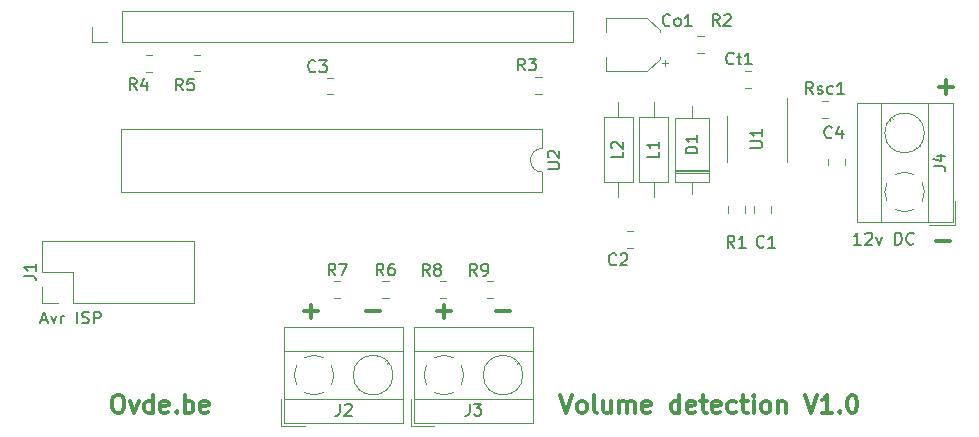
<source format=gbr>
%TF.GenerationSoftware,KiCad,Pcbnew,5.1.6*%
%TF.CreationDate,2020-08-16T16:00:55+02:00*%
%TF.ProjectId,volume_detection,766f6c75-6d65-45f6-9465-74656374696f,rev?*%
%TF.SameCoordinates,Original*%
%TF.FileFunction,Legend,Top*%
%TF.FilePolarity,Positive*%
%FSLAX46Y46*%
G04 Gerber Fmt 4.6, Leading zero omitted, Abs format (unit mm)*
G04 Created by KiCad (PCBNEW 5.1.6) date 2020-08-16 16:00:55*
%MOMM*%
%LPD*%
G01*
G04 APERTURE LIST*
%ADD10C,0.300000*%
%ADD11C,0.120000*%
%ADD12C,0.150000*%
G04 APERTURE END LIST*
D10*
X96357142Y-157178571D02*
X96857142Y-158678571D01*
X97357142Y-157178571D01*
X98071428Y-158678571D02*
X97928571Y-158607142D01*
X97857142Y-158535714D01*
X97785714Y-158392857D01*
X97785714Y-157964285D01*
X97857142Y-157821428D01*
X97928571Y-157750000D01*
X98071428Y-157678571D01*
X98285714Y-157678571D01*
X98428571Y-157750000D01*
X98500000Y-157821428D01*
X98571428Y-157964285D01*
X98571428Y-158392857D01*
X98500000Y-158535714D01*
X98428571Y-158607142D01*
X98285714Y-158678571D01*
X98071428Y-158678571D01*
X99428571Y-158678571D02*
X99285714Y-158607142D01*
X99214285Y-158464285D01*
X99214285Y-157178571D01*
X100642857Y-157678571D02*
X100642857Y-158678571D01*
X100000000Y-157678571D02*
X100000000Y-158464285D01*
X100071428Y-158607142D01*
X100214285Y-158678571D01*
X100428571Y-158678571D01*
X100571428Y-158607142D01*
X100642857Y-158535714D01*
X101357142Y-158678571D02*
X101357142Y-157678571D01*
X101357142Y-157821428D02*
X101428571Y-157750000D01*
X101571428Y-157678571D01*
X101785714Y-157678571D01*
X101928571Y-157750000D01*
X102000000Y-157892857D01*
X102000000Y-158678571D01*
X102000000Y-157892857D02*
X102071428Y-157750000D01*
X102214285Y-157678571D01*
X102428571Y-157678571D01*
X102571428Y-157750000D01*
X102642857Y-157892857D01*
X102642857Y-158678571D01*
X103928571Y-158607142D02*
X103785714Y-158678571D01*
X103500000Y-158678571D01*
X103357142Y-158607142D01*
X103285714Y-158464285D01*
X103285714Y-157892857D01*
X103357142Y-157750000D01*
X103500000Y-157678571D01*
X103785714Y-157678571D01*
X103928571Y-157750000D01*
X104000000Y-157892857D01*
X104000000Y-158035714D01*
X103285714Y-158178571D01*
X106428571Y-158678571D02*
X106428571Y-157178571D01*
X106428571Y-158607142D02*
X106285714Y-158678571D01*
X106000000Y-158678571D01*
X105857142Y-158607142D01*
X105785714Y-158535714D01*
X105714285Y-158392857D01*
X105714285Y-157964285D01*
X105785714Y-157821428D01*
X105857142Y-157750000D01*
X106000000Y-157678571D01*
X106285714Y-157678571D01*
X106428571Y-157750000D01*
X107714285Y-158607142D02*
X107571428Y-158678571D01*
X107285714Y-158678571D01*
X107142857Y-158607142D01*
X107071428Y-158464285D01*
X107071428Y-157892857D01*
X107142857Y-157750000D01*
X107285714Y-157678571D01*
X107571428Y-157678571D01*
X107714285Y-157750000D01*
X107785714Y-157892857D01*
X107785714Y-158035714D01*
X107071428Y-158178571D01*
X108214285Y-157678571D02*
X108785714Y-157678571D01*
X108428571Y-157178571D02*
X108428571Y-158464285D01*
X108500000Y-158607142D01*
X108642857Y-158678571D01*
X108785714Y-158678571D01*
X109857142Y-158607142D02*
X109714285Y-158678571D01*
X109428571Y-158678571D01*
X109285714Y-158607142D01*
X109214285Y-158464285D01*
X109214285Y-157892857D01*
X109285714Y-157750000D01*
X109428571Y-157678571D01*
X109714285Y-157678571D01*
X109857142Y-157750000D01*
X109928571Y-157892857D01*
X109928571Y-158035714D01*
X109214285Y-158178571D01*
X111214285Y-158607142D02*
X111071428Y-158678571D01*
X110785714Y-158678571D01*
X110642857Y-158607142D01*
X110571428Y-158535714D01*
X110500000Y-158392857D01*
X110500000Y-157964285D01*
X110571428Y-157821428D01*
X110642857Y-157750000D01*
X110785714Y-157678571D01*
X111071428Y-157678571D01*
X111214285Y-157750000D01*
X111642857Y-157678571D02*
X112214285Y-157678571D01*
X111857142Y-157178571D02*
X111857142Y-158464285D01*
X111928571Y-158607142D01*
X112071428Y-158678571D01*
X112214285Y-158678571D01*
X112714285Y-158678571D02*
X112714285Y-157678571D01*
X112714285Y-157178571D02*
X112642857Y-157250000D01*
X112714285Y-157321428D01*
X112785714Y-157250000D01*
X112714285Y-157178571D01*
X112714285Y-157321428D01*
X113642857Y-158678571D02*
X113500000Y-158607142D01*
X113428571Y-158535714D01*
X113357142Y-158392857D01*
X113357142Y-157964285D01*
X113428571Y-157821428D01*
X113500000Y-157750000D01*
X113642857Y-157678571D01*
X113857142Y-157678571D01*
X114000000Y-157750000D01*
X114071428Y-157821428D01*
X114142857Y-157964285D01*
X114142857Y-158392857D01*
X114071428Y-158535714D01*
X114000000Y-158607142D01*
X113857142Y-158678571D01*
X113642857Y-158678571D01*
X114785714Y-157678571D02*
X114785714Y-158678571D01*
X114785714Y-157821428D02*
X114857142Y-157750000D01*
X115000000Y-157678571D01*
X115214285Y-157678571D01*
X115357142Y-157750000D01*
X115428571Y-157892857D01*
X115428571Y-158678571D01*
X117071428Y-157178571D02*
X117571428Y-158678571D01*
X118071428Y-157178571D01*
X119357142Y-158678571D02*
X118500000Y-158678571D01*
X118928571Y-158678571D02*
X118928571Y-157178571D01*
X118785714Y-157392857D01*
X118642857Y-157535714D01*
X118500000Y-157607142D01*
X120000000Y-158535714D02*
X120071428Y-158607142D01*
X120000000Y-158678571D01*
X119928571Y-158607142D01*
X120000000Y-158535714D01*
X120000000Y-158678571D01*
X121000000Y-157178571D02*
X121142857Y-157178571D01*
X121285714Y-157250000D01*
X121357142Y-157321428D01*
X121428571Y-157464285D01*
X121500000Y-157750000D01*
X121500000Y-158107142D01*
X121428571Y-158392857D01*
X121357142Y-158535714D01*
X121285714Y-158607142D01*
X121142857Y-158678571D01*
X121000000Y-158678571D01*
X120857142Y-158607142D01*
X120785714Y-158535714D01*
X120714285Y-158392857D01*
X120642857Y-158107142D01*
X120642857Y-157750000D01*
X120714285Y-157464285D01*
X120785714Y-157321428D01*
X120857142Y-157250000D01*
X121000000Y-157178571D01*
X58785714Y-157178571D02*
X59071428Y-157178571D01*
X59214285Y-157250000D01*
X59357142Y-157392857D01*
X59428571Y-157678571D01*
X59428571Y-158178571D01*
X59357142Y-158464285D01*
X59214285Y-158607142D01*
X59071428Y-158678571D01*
X58785714Y-158678571D01*
X58642857Y-158607142D01*
X58500000Y-158464285D01*
X58428571Y-158178571D01*
X58428571Y-157678571D01*
X58500000Y-157392857D01*
X58642857Y-157250000D01*
X58785714Y-157178571D01*
X59928571Y-157678571D02*
X60285714Y-158678571D01*
X60642857Y-157678571D01*
X61857142Y-158678571D02*
X61857142Y-157178571D01*
X61857142Y-158607142D02*
X61714285Y-158678571D01*
X61428571Y-158678571D01*
X61285714Y-158607142D01*
X61214285Y-158535714D01*
X61142857Y-158392857D01*
X61142857Y-157964285D01*
X61214285Y-157821428D01*
X61285714Y-157750000D01*
X61428571Y-157678571D01*
X61714285Y-157678571D01*
X61857142Y-157750000D01*
X63142857Y-158607142D02*
X63000000Y-158678571D01*
X62714285Y-158678571D01*
X62571428Y-158607142D01*
X62500000Y-158464285D01*
X62500000Y-157892857D01*
X62571428Y-157750000D01*
X62714285Y-157678571D01*
X63000000Y-157678571D01*
X63142857Y-157750000D01*
X63214285Y-157892857D01*
X63214285Y-158035714D01*
X62500000Y-158178571D01*
X63857142Y-158535714D02*
X63928571Y-158607142D01*
X63857142Y-158678571D01*
X63785714Y-158607142D01*
X63857142Y-158535714D01*
X63857142Y-158678571D01*
X64571428Y-158678571D02*
X64571428Y-157178571D01*
X64571428Y-157750000D02*
X64714285Y-157678571D01*
X65000000Y-157678571D01*
X65142857Y-157750000D01*
X65214285Y-157821428D01*
X65285714Y-157964285D01*
X65285714Y-158392857D01*
X65214285Y-158535714D01*
X65142857Y-158607142D01*
X65000000Y-158678571D01*
X64714285Y-158678571D01*
X64571428Y-158607142D01*
X66500000Y-158607142D02*
X66357142Y-158678571D01*
X66071428Y-158678571D01*
X65928571Y-158607142D01*
X65857142Y-158464285D01*
X65857142Y-157892857D01*
X65928571Y-157750000D01*
X66071428Y-157678571D01*
X66357142Y-157678571D01*
X66500000Y-157750000D01*
X66571428Y-157892857D01*
X66571428Y-158035714D01*
X65857142Y-158178571D01*
X92071428Y-150107142D02*
X90928571Y-150107142D01*
X87071428Y-150107142D02*
X85928571Y-150107142D01*
X86500000Y-150678571D02*
X86500000Y-149535714D01*
X81071428Y-150107142D02*
X79928571Y-150107142D01*
X75821428Y-150107142D02*
X74678571Y-150107142D01*
X75250000Y-150678571D02*
X75250000Y-149535714D01*
X129321428Y-144107142D02*
X128178571Y-144107142D01*
X129571428Y-131107142D02*
X128428571Y-131107142D01*
X129000000Y-131678571D02*
X129000000Y-130535714D01*
D11*
%TO.C,L2*%
X101269800Y-140463400D02*
X101269800Y-139193400D01*
X101269800Y-132383400D02*
X101269800Y-133653400D01*
X102489800Y-139193400D02*
X102489800Y-133653400D01*
X100049800Y-139193400D02*
X102489800Y-139193400D01*
X100049800Y-133653400D02*
X100049800Y-139193400D01*
X102489800Y-133653400D02*
X100049800Y-133653400D01*
%TO.C,C1*%
X114210000Y-141213748D02*
X114210000Y-141736252D01*
X112790000Y-141213748D02*
X112790000Y-141736252D01*
%TO.C,C2*%
X101963748Y-144710000D02*
X102486252Y-144710000D01*
X101963748Y-143290000D02*
X102486252Y-143290000D01*
%TO.C,C3*%
X77143452Y-130308600D02*
X76620948Y-130308600D01*
X77143452Y-131728600D02*
X76620948Y-131728600D01*
%TO.C,C4*%
X120460000Y-137213748D02*
X120460000Y-137736252D01*
X119040000Y-137213748D02*
X119040000Y-137736252D01*
%TO.C,Co1*%
X100240000Y-125240000D02*
X100240000Y-126440000D01*
X100240000Y-129760000D02*
X100240000Y-128560000D01*
X103695563Y-129760000D02*
X100240000Y-129760000D01*
X103695563Y-125240000D02*
X100240000Y-125240000D01*
X104760000Y-126304437D02*
X104760000Y-126440000D01*
X104760000Y-128695563D02*
X104760000Y-128560000D01*
X104760000Y-128695563D02*
X103695563Y-129760000D01*
X104760000Y-126304437D02*
X103695563Y-125240000D01*
X105500000Y-129060000D02*
X105000000Y-129060000D01*
X105250000Y-129310000D02*
X105250000Y-128810000D01*
%TO.C,Ct1*%
X112486252Y-131210000D02*
X111963748Y-131210000D01*
X112486252Y-129790000D02*
X111963748Y-129790000D01*
%TO.C,D1*%
X106030000Y-139140000D02*
X108970000Y-139140000D01*
X108970000Y-139140000D02*
X108970000Y-133700000D01*
X108970000Y-133700000D02*
X106030000Y-133700000D01*
X106030000Y-133700000D02*
X106030000Y-139140000D01*
X107500000Y-140160000D02*
X107500000Y-139140000D01*
X107500000Y-132680000D02*
X107500000Y-133700000D01*
X106030000Y-138240000D02*
X108970000Y-138240000D01*
X106030000Y-138120000D02*
X108970000Y-138120000D01*
X106030000Y-138360000D02*
X108970000Y-138360000D01*
%TO.C,J1*%
X65330000Y-149370000D02*
X65330000Y-144170000D01*
X55110000Y-149370000D02*
X65330000Y-149370000D01*
X52510000Y-144170000D02*
X65330000Y-144170000D01*
X55110000Y-149370000D02*
X55110000Y-146770000D01*
X55110000Y-146770000D02*
X52510000Y-146770000D01*
X52510000Y-146770000D02*
X52510000Y-144170000D01*
X53840000Y-149370000D02*
X52510000Y-149370000D01*
X52510000Y-149370000D02*
X52510000Y-148040000D01*
%TO.C,J2*%
X82180000Y-155500000D02*
G75*
G03*
X82180000Y-155500000I-1680000J0D01*
G01*
X72940000Y-157500000D02*
X83060000Y-157500000D01*
X72940000Y-153500000D02*
X83060000Y-153500000D01*
X72940000Y-151440000D02*
X83060000Y-151440000D01*
X72940000Y-159560000D02*
X83060000Y-159560000D01*
X72940000Y-151440000D02*
X72940000Y-159560000D01*
X83060000Y-151440000D02*
X83060000Y-159560000D01*
X81775000Y-154431000D02*
X81681000Y-154524000D01*
X79490000Y-156716000D02*
X79431000Y-156774000D01*
X81570000Y-154225000D02*
X81511000Y-154284000D01*
X79320000Y-156476000D02*
X79226000Y-156569000D01*
X72700000Y-157560000D02*
X72700000Y-159800000D01*
X72700000Y-159800000D02*
X74700000Y-159800000D01*
X76288712Y-156983352D02*
G75*
G02*
X75500000Y-157180000I-788712J1483352D01*
G01*
X76983953Y-154710912D02*
G75*
G02*
X76984000Y-156289000I-1483953J-789088D01*
G01*
X74710912Y-154016047D02*
G75*
G02*
X76289000Y-154016000I789088J-1483953D01*
G01*
X74016047Y-156289088D02*
G75*
G02*
X74016000Y-154711000I1483953J789088D01*
G01*
X75529383Y-157180450D02*
G75*
G02*
X74711000Y-156984000I-29383J1680450D01*
G01*
%TO.C,J3*%
X93180000Y-155500000D02*
G75*
G03*
X93180000Y-155500000I-1680000J0D01*
G01*
X83940000Y-157500000D02*
X94060000Y-157500000D01*
X83940000Y-153500000D02*
X94060000Y-153500000D01*
X83940000Y-151440000D02*
X94060000Y-151440000D01*
X83940000Y-159560000D02*
X94060000Y-159560000D01*
X83940000Y-151440000D02*
X83940000Y-159560000D01*
X94060000Y-151440000D02*
X94060000Y-159560000D01*
X92775000Y-154431000D02*
X92681000Y-154524000D01*
X90490000Y-156716000D02*
X90431000Y-156774000D01*
X92570000Y-154225000D02*
X92511000Y-154284000D01*
X90320000Y-156476000D02*
X90226000Y-156569000D01*
X83700000Y-157560000D02*
X83700000Y-159800000D01*
X83700000Y-159800000D02*
X85700000Y-159800000D01*
X87288712Y-156983352D02*
G75*
G02*
X86500000Y-157180000I-788712J1483352D01*
G01*
X87983953Y-154710912D02*
G75*
G02*
X87984000Y-156289000I-1483953J-789088D01*
G01*
X85710912Y-154016047D02*
G75*
G02*
X87289000Y-154016000I789088J-1483953D01*
G01*
X85016047Y-156289088D02*
G75*
G02*
X85016000Y-154711000I1483953J789088D01*
G01*
X86529383Y-157180450D02*
G75*
G02*
X85711000Y-156984000I-29383J1680450D01*
G01*
%TO.C,J4*%
X129800000Y-142800000D02*
X129800000Y-140800000D01*
X127560000Y-142800000D02*
X129800000Y-142800000D01*
X126476000Y-136180000D02*
X126569000Y-136274000D01*
X124225000Y-133930000D02*
X124284000Y-133989000D01*
X126716000Y-136010000D02*
X126774000Y-136069000D01*
X124431000Y-133725000D02*
X124524000Y-133819000D01*
X121440000Y-132440000D02*
X129560000Y-132440000D01*
X121440000Y-142560000D02*
X129560000Y-142560000D01*
X129560000Y-142560000D02*
X129560000Y-132440000D01*
X121440000Y-142560000D02*
X121440000Y-132440000D01*
X123500000Y-142560000D02*
X123500000Y-132440000D01*
X127500000Y-142560000D02*
X127500000Y-132440000D01*
X127180000Y-135000000D02*
G75*
G03*
X127180000Y-135000000I-1680000J0D01*
G01*
X127180450Y-139970617D02*
G75*
G02*
X126984000Y-140789000I-1680450J-29383D01*
G01*
X126289088Y-141483953D02*
G75*
G02*
X124711000Y-141484000I-789088J1483953D01*
G01*
X124016047Y-140789088D02*
G75*
G02*
X124016000Y-139211000I1483953J789088D01*
G01*
X124710912Y-138516047D02*
G75*
G02*
X126289000Y-138516000I789088J-1483953D01*
G01*
X126983352Y-139211288D02*
G75*
G02*
X127180000Y-140000000I-1483352J-788712D01*
G01*
%TO.C,L1*%
X103030000Y-139190000D02*
X105470000Y-139190000D01*
X105470000Y-139190000D02*
X105470000Y-133650000D01*
X105470000Y-133650000D02*
X103030000Y-133650000D01*
X103030000Y-133650000D02*
X103030000Y-139190000D01*
X104250000Y-140460000D02*
X104250000Y-139190000D01*
X104250000Y-132380000D02*
X104250000Y-133650000D01*
%TO.C,LCd1*%
X97430000Y-127330000D02*
X97430000Y-124670000D01*
X59270000Y-127330000D02*
X97430000Y-127330000D01*
X59270000Y-124670000D02*
X97430000Y-124670000D01*
X59270000Y-127330000D02*
X59270000Y-124670000D01*
X58000000Y-127330000D02*
X56670000Y-127330000D01*
X56670000Y-127330000D02*
X56670000Y-126000000D01*
%TO.C,R1*%
X111960000Y-141213748D02*
X111960000Y-141736252D01*
X110540000Y-141213748D02*
X110540000Y-141736252D01*
%TO.C,R2*%
X107963748Y-126790000D02*
X108486252Y-126790000D01*
X107963748Y-128210000D02*
X108486252Y-128210000D01*
%TO.C,R3*%
X94761252Y-130290000D02*
X94238748Y-130290000D01*
X94761252Y-131710000D02*
X94238748Y-131710000D01*
%TO.C,R4*%
X61286748Y-128378200D02*
X61809252Y-128378200D01*
X61286748Y-129798200D02*
X61809252Y-129798200D01*
%TO.C,R5*%
X65312548Y-129792800D02*
X65835052Y-129792800D01*
X65312548Y-128372800D02*
X65835052Y-128372800D01*
%TO.C,R6*%
X81284948Y-148960000D02*
X81807452Y-148960000D01*
X81284948Y-147540000D02*
X81807452Y-147540000D01*
%TO.C,R7*%
X77213748Y-147540000D02*
X77736252Y-147540000D01*
X77213748Y-148960000D02*
X77736252Y-148960000D01*
%TO.C,R8*%
X86684252Y-148960000D02*
X86161748Y-148960000D01*
X86684252Y-147540000D02*
X86161748Y-147540000D01*
%TO.C,R9*%
X90639252Y-147540000D02*
X90116748Y-147540000D01*
X90639252Y-148960000D02*
X90116748Y-148960000D01*
%TO.C,Rsc1*%
X119036252Y-132290000D02*
X118513748Y-132290000D01*
X119036252Y-133710000D02*
X118513748Y-133710000D01*
%TO.C,U1*%
X110440000Y-135500000D02*
X110440000Y-137450000D01*
X110440000Y-135500000D02*
X110440000Y-133550000D01*
X115560000Y-135500000D02*
X115560000Y-137450000D01*
X115560000Y-135500000D02*
X115560000Y-132050000D01*
%TO.C,U2*%
X94830000Y-136310000D02*
X94830000Y-134660000D01*
X94830000Y-134660000D02*
X59150000Y-134660000D01*
X59150000Y-134660000D02*
X59150000Y-139960000D01*
X59150000Y-139960000D02*
X94830000Y-139960000D01*
X94830000Y-139960000D02*
X94830000Y-138310000D01*
X94830000Y-138310000D02*
G75*
G02*
X94830000Y-136310000I0J1000000D01*
G01*
%TO.C,L2*%
D12*
X101672180Y-136590066D02*
X101672180Y-137066257D01*
X100672180Y-137066257D01*
X100767419Y-136304352D02*
X100719800Y-136256733D01*
X100672180Y-136161495D01*
X100672180Y-135923400D01*
X100719800Y-135828161D01*
X100767419Y-135780542D01*
X100862657Y-135732923D01*
X100957895Y-135732923D01*
X101100752Y-135780542D01*
X101672180Y-136351971D01*
X101672180Y-135732923D01*
%TO.C,C1*%
X113583333Y-144607142D02*
X113535714Y-144654761D01*
X113392857Y-144702380D01*
X113297619Y-144702380D01*
X113154761Y-144654761D01*
X113059523Y-144559523D01*
X113011904Y-144464285D01*
X112964285Y-144273809D01*
X112964285Y-144130952D01*
X113011904Y-143940476D01*
X113059523Y-143845238D01*
X113154761Y-143750000D01*
X113297619Y-143702380D01*
X113392857Y-143702380D01*
X113535714Y-143750000D01*
X113583333Y-143797619D01*
X114535714Y-144702380D02*
X113964285Y-144702380D01*
X114250000Y-144702380D02*
X114250000Y-143702380D01*
X114154761Y-143845238D01*
X114059523Y-143940476D01*
X113964285Y-143988095D01*
%TO.C,C2*%
X101083333Y-146107142D02*
X101035714Y-146154761D01*
X100892857Y-146202380D01*
X100797619Y-146202380D01*
X100654761Y-146154761D01*
X100559523Y-146059523D01*
X100511904Y-145964285D01*
X100464285Y-145773809D01*
X100464285Y-145630952D01*
X100511904Y-145440476D01*
X100559523Y-145345238D01*
X100654761Y-145250000D01*
X100797619Y-145202380D01*
X100892857Y-145202380D01*
X101035714Y-145250000D01*
X101083333Y-145297619D01*
X101464285Y-145297619D02*
X101511904Y-145250000D01*
X101607142Y-145202380D01*
X101845238Y-145202380D01*
X101940476Y-145250000D01*
X101988095Y-145297619D01*
X102035714Y-145392857D01*
X102035714Y-145488095D01*
X101988095Y-145630952D01*
X101416666Y-146202380D01*
X102035714Y-146202380D01*
%TO.C,C3*%
X75614333Y-129750142D02*
X75566714Y-129797761D01*
X75423857Y-129845380D01*
X75328619Y-129845380D01*
X75185761Y-129797761D01*
X75090523Y-129702523D01*
X75042904Y-129607285D01*
X74995285Y-129416809D01*
X74995285Y-129273952D01*
X75042904Y-129083476D01*
X75090523Y-128988238D01*
X75185761Y-128893000D01*
X75328619Y-128845380D01*
X75423857Y-128845380D01*
X75566714Y-128893000D01*
X75614333Y-128940619D01*
X75947666Y-128845380D02*
X76566714Y-128845380D01*
X76233380Y-129226333D01*
X76376238Y-129226333D01*
X76471476Y-129273952D01*
X76519095Y-129321571D01*
X76566714Y-129416809D01*
X76566714Y-129654904D01*
X76519095Y-129750142D01*
X76471476Y-129797761D01*
X76376238Y-129845380D01*
X76090523Y-129845380D01*
X75995285Y-129797761D01*
X75947666Y-129750142D01*
%TO.C,C4*%
X119333333Y-135357142D02*
X119285714Y-135404761D01*
X119142857Y-135452380D01*
X119047619Y-135452380D01*
X118904761Y-135404761D01*
X118809523Y-135309523D01*
X118761904Y-135214285D01*
X118714285Y-135023809D01*
X118714285Y-134880952D01*
X118761904Y-134690476D01*
X118809523Y-134595238D01*
X118904761Y-134500000D01*
X119047619Y-134452380D01*
X119142857Y-134452380D01*
X119285714Y-134500000D01*
X119333333Y-134547619D01*
X120190476Y-134785714D02*
X120190476Y-135452380D01*
X119952380Y-134404761D02*
X119714285Y-135119047D01*
X120333333Y-135119047D01*
%TO.C,Co1*%
X105630952Y-125857142D02*
X105583333Y-125904761D01*
X105440476Y-125952380D01*
X105345238Y-125952380D01*
X105202380Y-125904761D01*
X105107142Y-125809523D01*
X105059523Y-125714285D01*
X105011904Y-125523809D01*
X105011904Y-125380952D01*
X105059523Y-125190476D01*
X105107142Y-125095238D01*
X105202380Y-125000000D01*
X105345238Y-124952380D01*
X105440476Y-124952380D01*
X105583333Y-125000000D01*
X105630952Y-125047619D01*
X106202380Y-125952380D02*
X106107142Y-125904761D01*
X106059523Y-125857142D01*
X106011904Y-125761904D01*
X106011904Y-125476190D01*
X106059523Y-125380952D01*
X106107142Y-125333333D01*
X106202380Y-125285714D01*
X106345238Y-125285714D01*
X106440476Y-125333333D01*
X106488095Y-125380952D01*
X106535714Y-125476190D01*
X106535714Y-125761904D01*
X106488095Y-125857142D01*
X106440476Y-125904761D01*
X106345238Y-125952380D01*
X106202380Y-125952380D01*
X107488095Y-125952380D02*
X106916666Y-125952380D01*
X107202380Y-125952380D02*
X107202380Y-124952380D01*
X107107142Y-125095238D01*
X107011904Y-125190476D01*
X106916666Y-125238095D01*
%TO.C,Ct1*%
X111022619Y-129107142D02*
X110975000Y-129154761D01*
X110832142Y-129202380D01*
X110736904Y-129202380D01*
X110594047Y-129154761D01*
X110498809Y-129059523D01*
X110451190Y-128964285D01*
X110403571Y-128773809D01*
X110403571Y-128630952D01*
X110451190Y-128440476D01*
X110498809Y-128345238D01*
X110594047Y-128250000D01*
X110736904Y-128202380D01*
X110832142Y-128202380D01*
X110975000Y-128250000D01*
X111022619Y-128297619D01*
X111308333Y-128535714D02*
X111689285Y-128535714D01*
X111451190Y-128202380D02*
X111451190Y-129059523D01*
X111498809Y-129154761D01*
X111594047Y-129202380D01*
X111689285Y-129202380D01*
X112546428Y-129202380D02*
X111975000Y-129202380D01*
X112260714Y-129202380D02*
X112260714Y-128202380D01*
X112165476Y-128345238D01*
X112070238Y-128440476D01*
X111975000Y-128488095D01*
%TO.C,D1*%
X107952380Y-136738095D02*
X106952380Y-136738095D01*
X106952380Y-136500000D01*
X107000000Y-136357142D01*
X107095238Y-136261904D01*
X107190476Y-136214285D01*
X107380952Y-136166666D01*
X107523809Y-136166666D01*
X107714285Y-136214285D01*
X107809523Y-136261904D01*
X107904761Y-136357142D01*
X107952380Y-136500000D01*
X107952380Y-136738095D01*
X107952380Y-135214285D02*
X107952380Y-135785714D01*
X107952380Y-135500000D02*
X106952380Y-135500000D01*
X107095238Y-135595238D01*
X107190476Y-135690476D01*
X107238095Y-135785714D01*
%TO.C,J1*%
X50962380Y-147103333D02*
X51676666Y-147103333D01*
X51819523Y-147150952D01*
X51914761Y-147246190D01*
X51962380Y-147389047D01*
X51962380Y-147484285D01*
X51962380Y-146103333D02*
X51962380Y-146674761D01*
X51962380Y-146389047D02*
X50962380Y-146389047D01*
X51105238Y-146484285D01*
X51200476Y-146579523D01*
X51248095Y-146674761D01*
X52403790Y-150844866D02*
X52879980Y-150844866D01*
X52308552Y-151130580D02*
X52641885Y-150130580D01*
X52975219Y-151130580D01*
X53213314Y-150463914D02*
X53451409Y-151130580D01*
X53689504Y-150463914D01*
X54070457Y-151130580D02*
X54070457Y-150463914D01*
X54070457Y-150654390D02*
X54118076Y-150559152D01*
X54165695Y-150511533D01*
X54260933Y-150463914D01*
X54356171Y-150463914D01*
X55451409Y-151130580D02*
X55451409Y-150130580D01*
X55879980Y-151082961D02*
X56022838Y-151130580D01*
X56260933Y-151130580D01*
X56356171Y-151082961D01*
X56403790Y-151035342D01*
X56451409Y-150940104D01*
X56451409Y-150844866D01*
X56403790Y-150749628D01*
X56356171Y-150702009D01*
X56260933Y-150654390D01*
X56070457Y-150606771D01*
X55975219Y-150559152D01*
X55927600Y-150511533D01*
X55879980Y-150416295D01*
X55879980Y-150321057D01*
X55927600Y-150225819D01*
X55975219Y-150178200D01*
X56070457Y-150130580D01*
X56308552Y-150130580D01*
X56451409Y-150178200D01*
X56879980Y-151130580D02*
X56879980Y-150130580D01*
X57260933Y-150130580D01*
X57356171Y-150178200D01*
X57403790Y-150225819D01*
X57451409Y-150321057D01*
X57451409Y-150463914D01*
X57403790Y-150559152D01*
X57356171Y-150606771D01*
X57260933Y-150654390D01*
X56879980Y-150654390D01*
%TO.C,J2*%
X77691266Y-157928380D02*
X77691266Y-158642666D01*
X77643647Y-158785523D01*
X77548409Y-158880761D01*
X77405552Y-158928380D01*
X77310314Y-158928380D01*
X78119838Y-158023619D02*
X78167457Y-157976000D01*
X78262695Y-157928380D01*
X78500790Y-157928380D01*
X78596028Y-157976000D01*
X78643647Y-158023619D01*
X78691266Y-158118857D01*
X78691266Y-158214095D01*
X78643647Y-158356952D01*
X78072219Y-158928380D01*
X78691266Y-158928380D01*
%TO.C,J3*%
X88664066Y-157928380D02*
X88664066Y-158642666D01*
X88616447Y-158785523D01*
X88521209Y-158880761D01*
X88378352Y-158928380D01*
X88283114Y-158928380D01*
X89045019Y-157928380D02*
X89664066Y-157928380D01*
X89330733Y-158309333D01*
X89473590Y-158309333D01*
X89568828Y-158356952D01*
X89616447Y-158404571D01*
X89664066Y-158499809D01*
X89664066Y-158737904D01*
X89616447Y-158833142D01*
X89568828Y-158880761D01*
X89473590Y-158928380D01*
X89187876Y-158928380D01*
X89092638Y-158880761D01*
X89045019Y-158833142D01*
%TO.C,J4*%
X127952380Y-137833333D02*
X128666666Y-137833333D01*
X128809523Y-137880952D01*
X128904761Y-137976190D01*
X128952380Y-138119047D01*
X128952380Y-138214285D01*
X128285714Y-136928571D02*
X128952380Y-136928571D01*
X127904761Y-137166666D02*
X128619047Y-137404761D01*
X128619047Y-136785714D01*
X121797619Y-144452380D02*
X121226190Y-144452380D01*
X121511904Y-144452380D02*
X121511904Y-143452380D01*
X121416666Y-143595238D01*
X121321428Y-143690476D01*
X121226190Y-143738095D01*
X122178571Y-143547619D02*
X122226190Y-143500000D01*
X122321428Y-143452380D01*
X122559523Y-143452380D01*
X122654761Y-143500000D01*
X122702380Y-143547619D01*
X122750000Y-143642857D01*
X122750000Y-143738095D01*
X122702380Y-143880952D01*
X122130952Y-144452380D01*
X122750000Y-144452380D01*
X123083333Y-143785714D02*
X123321428Y-144452380D01*
X123559523Y-143785714D01*
X124702380Y-144452380D02*
X124702380Y-143452380D01*
X124940476Y-143452380D01*
X125083333Y-143500000D01*
X125178571Y-143595238D01*
X125226190Y-143690476D01*
X125273809Y-143880952D01*
X125273809Y-144023809D01*
X125226190Y-144214285D01*
X125178571Y-144309523D01*
X125083333Y-144404761D01*
X124940476Y-144452380D01*
X124702380Y-144452380D01*
X126273809Y-144357142D02*
X126226190Y-144404761D01*
X126083333Y-144452380D01*
X125988095Y-144452380D01*
X125845238Y-144404761D01*
X125750000Y-144309523D01*
X125702380Y-144214285D01*
X125654761Y-144023809D01*
X125654761Y-143880952D01*
X125702380Y-143690476D01*
X125750000Y-143595238D01*
X125845238Y-143500000D01*
X125988095Y-143452380D01*
X126083333Y-143452380D01*
X126226190Y-143500000D01*
X126273809Y-143547619D01*
%TO.C,L1*%
X104702380Y-136586666D02*
X104702380Y-137062857D01*
X103702380Y-137062857D01*
X104702380Y-135729523D02*
X104702380Y-136300952D01*
X104702380Y-136015238D02*
X103702380Y-136015238D01*
X103845238Y-136110476D01*
X103940476Y-136205714D01*
X103988095Y-136300952D01*
%TO.C,R1*%
X111083333Y-144702380D02*
X110750000Y-144226190D01*
X110511904Y-144702380D02*
X110511904Y-143702380D01*
X110892857Y-143702380D01*
X110988095Y-143750000D01*
X111035714Y-143797619D01*
X111083333Y-143892857D01*
X111083333Y-144035714D01*
X111035714Y-144130952D01*
X110988095Y-144178571D01*
X110892857Y-144226190D01*
X110511904Y-144226190D01*
X112035714Y-144702380D02*
X111464285Y-144702380D01*
X111750000Y-144702380D02*
X111750000Y-143702380D01*
X111654761Y-143845238D01*
X111559523Y-143940476D01*
X111464285Y-143988095D01*
%TO.C,R2*%
X109833333Y-125952380D02*
X109500000Y-125476190D01*
X109261904Y-125952380D02*
X109261904Y-124952380D01*
X109642857Y-124952380D01*
X109738095Y-125000000D01*
X109785714Y-125047619D01*
X109833333Y-125142857D01*
X109833333Y-125285714D01*
X109785714Y-125380952D01*
X109738095Y-125428571D01*
X109642857Y-125476190D01*
X109261904Y-125476190D01*
X110214285Y-125047619D02*
X110261904Y-125000000D01*
X110357142Y-124952380D01*
X110595238Y-124952380D01*
X110690476Y-125000000D01*
X110738095Y-125047619D01*
X110785714Y-125142857D01*
X110785714Y-125238095D01*
X110738095Y-125380952D01*
X110166666Y-125952380D01*
X110785714Y-125952380D01*
%TO.C,R3*%
X93333333Y-129702380D02*
X93000000Y-129226190D01*
X92761904Y-129702380D02*
X92761904Y-128702380D01*
X93142857Y-128702380D01*
X93238095Y-128750000D01*
X93285714Y-128797619D01*
X93333333Y-128892857D01*
X93333333Y-129035714D01*
X93285714Y-129130952D01*
X93238095Y-129178571D01*
X93142857Y-129226190D01*
X92761904Y-129226190D01*
X93666666Y-128702380D02*
X94285714Y-128702380D01*
X93952380Y-129083333D01*
X94095238Y-129083333D01*
X94190476Y-129130952D01*
X94238095Y-129178571D01*
X94285714Y-129273809D01*
X94285714Y-129511904D01*
X94238095Y-129607142D01*
X94190476Y-129654761D01*
X94095238Y-129702380D01*
X93809523Y-129702380D01*
X93714285Y-129654761D01*
X93666666Y-129607142D01*
%TO.C,R4*%
X60475933Y-131369380D02*
X60142600Y-130893190D01*
X59904504Y-131369380D02*
X59904504Y-130369380D01*
X60285457Y-130369380D01*
X60380695Y-130417000D01*
X60428314Y-130464619D01*
X60475933Y-130559857D01*
X60475933Y-130702714D01*
X60428314Y-130797952D01*
X60380695Y-130845571D01*
X60285457Y-130893190D01*
X59904504Y-130893190D01*
X61333076Y-130702714D02*
X61333076Y-131369380D01*
X61094980Y-130321761D02*
X60856885Y-131036047D01*
X61475933Y-131036047D01*
%TO.C,R5*%
X64400133Y-131389380D02*
X64066800Y-130913190D01*
X63828704Y-131389380D02*
X63828704Y-130389380D01*
X64209657Y-130389380D01*
X64304895Y-130437000D01*
X64352514Y-130484619D01*
X64400133Y-130579857D01*
X64400133Y-130722714D01*
X64352514Y-130817952D01*
X64304895Y-130865571D01*
X64209657Y-130913190D01*
X63828704Y-130913190D01*
X65304895Y-130389380D02*
X64828704Y-130389380D01*
X64781085Y-130865571D01*
X64828704Y-130817952D01*
X64923942Y-130770333D01*
X65162038Y-130770333D01*
X65257276Y-130817952D01*
X65304895Y-130865571D01*
X65352514Y-130960809D01*
X65352514Y-131198904D01*
X65304895Y-131294142D01*
X65257276Y-131341761D01*
X65162038Y-131389380D01*
X64923942Y-131389380D01*
X64828704Y-131341761D01*
X64781085Y-131294142D01*
%TO.C,R6*%
X81379533Y-147052380D02*
X81046200Y-146576190D01*
X80808104Y-147052380D02*
X80808104Y-146052380D01*
X81189057Y-146052380D01*
X81284295Y-146100000D01*
X81331914Y-146147619D01*
X81379533Y-146242857D01*
X81379533Y-146385714D01*
X81331914Y-146480952D01*
X81284295Y-146528571D01*
X81189057Y-146576190D01*
X80808104Y-146576190D01*
X82236676Y-146052380D02*
X82046200Y-146052380D01*
X81950961Y-146100000D01*
X81903342Y-146147619D01*
X81808104Y-146290476D01*
X81760485Y-146480952D01*
X81760485Y-146861904D01*
X81808104Y-146957142D01*
X81855723Y-147004761D01*
X81950961Y-147052380D01*
X82141438Y-147052380D01*
X82236676Y-147004761D01*
X82284295Y-146957142D01*
X82331914Y-146861904D01*
X82331914Y-146623809D01*
X82284295Y-146528571D01*
X82236676Y-146480952D01*
X82141438Y-146433333D01*
X81950961Y-146433333D01*
X81855723Y-146480952D01*
X81808104Y-146528571D01*
X81760485Y-146623809D01*
%TO.C,R7*%
X77308333Y-147052380D02*
X76975000Y-146576190D01*
X76736904Y-147052380D02*
X76736904Y-146052380D01*
X77117857Y-146052380D01*
X77213095Y-146100000D01*
X77260714Y-146147619D01*
X77308333Y-146242857D01*
X77308333Y-146385714D01*
X77260714Y-146480952D01*
X77213095Y-146528571D01*
X77117857Y-146576190D01*
X76736904Y-146576190D01*
X77641666Y-146052380D02*
X78308333Y-146052380D01*
X77879761Y-147052380D01*
%TO.C,R8*%
X85282133Y-147102180D02*
X84948800Y-146625990D01*
X84710704Y-147102180D02*
X84710704Y-146102180D01*
X85091657Y-146102180D01*
X85186895Y-146149800D01*
X85234514Y-146197419D01*
X85282133Y-146292657D01*
X85282133Y-146435514D01*
X85234514Y-146530752D01*
X85186895Y-146578371D01*
X85091657Y-146625990D01*
X84710704Y-146625990D01*
X85853561Y-146530752D02*
X85758323Y-146483133D01*
X85710704Y-146435514D01*
X85663085Y-146340276D01*
X85663085Y-146292657D01*
X85710704Y-146197419D01*
X85758323Y-146149800D01*
X85853561Y-146102180D01*
X86044038Y-146102180D01*
X86139276Y-146149800D01*
X86186895Y-146197419D01*
X86234514Y-146292657D01*
X86234514Y-146340276D01*
X86186895Y-146435514D01*
X86139276Y-146483133D01*
X86044038Y-146530752D01*
X85853561Y-146530752D01*
X85758323Y-146578371D01*
X85710704Y-146625990D01*
X85663085Y-146721228D01*
X85663085Y-146911704D01*
X85710704Y-147006942D01*
X85758323Y-147054561D01*
X85853561Y-147102180D01*
X86044038Y-147102180D01*
X86139276Y-147054561D01*
X86186895Y-147006942D01*
X86234514Y-146911704D01*
X86234514Y-146721228D01*
X86186895Y-146625990D01*
X86139276Y-146578371D01*
X86044038Y-146530752D01*
%TO.C,R9*%
X89287933Y-147076780D02*
X88954600Y-146600590D01*
X88716504Y-147076780D02*
X88716504Y-146076780D01*
X89097457Y-146076780D01*
X89192695Y-146124400D01*
X89240314Y-146172019D01*
X89287933Y-146267257D01*
X89287933Y-146410114D01*
X89240314Y-146505352D01*
X89192695Y-146552971D01*
X89097457Y-146600590D01*
X88716504Y-146600590D01*
X89764123Y-147076780D02*
X89954600Y-147076780D01*
X90049838Y-147029161D01*
X90097457Y-146981542D01*
X90192695Y-146838685D01*
X90240314Y-146648209D01*
X90240314Y-146267257D01*
X90192695Y-146172019D01*
X90145076Y-146124400D01*
X90049838Y-146076780D01*
X89859361Y-146076780D01*
X89764123Y-146124400D01*
X89716504Y-146172019D01*
X89668885Y-146267257D01*
X89668885Y-146505352D01*
X89716504Y-146600590D01*
X89764123Y-146648209D01*
X89859361Y-146695828D01*
X90049838Y-146695828D01*
X90145076Y-146648209D01*
X90192695Y-146600590D01*
X90240314Y-146505352D01*
%TO.C,Rsc1*%
X117750000Y-131702380D02*
X117416666Y-131226190D01*
X117178571Y-131702380D02*
X117178571Y-130702380D01*
X117559523Y-130702380D01*
X117654761Y-130750000D01*
X117702380Y-130797619D01*
X117750000Y-130892857D01*
X117750000Y-131035714D01*
X117702380Y-131130952D01*
X117654761Y-131178571D01*
X117559523Y-131226190D01*
X117178571Y-131226190D01*
X118130952Y-131654761D02*
X118226190Y-131702380D01*
X118416666Y-131702380D01*
X118511904Y-131654761D01*
X118559523Y-131559523D01*
X118559523Y-131511904D01*
X118511904Y-131416666D01*
X118416666Y-131369047D01*
X118273809Y-131369047D01*
X118178571Y-131321428D01*
X118130952Y-131226190D01*
X118130952Y-131178571D01*
X118178571Y-131083333D01*
X118273809Y-131035714D01*
X118416666Y-131035714D01*
X118511904Y-131083333D01*
X119416666Y-131654761D02*
X119321428Y-131702380D01*
X119130952Y-131702380D01*
X119035714Y-131654761D01*
X118988095Y-131607142D01*
X118940476Y-131511904D01*
X118940476Y-131226190D01*
X118988095Y-131130952D01*
X119035714Y-131083333D01*
X119130952Y-131035714D01*
X119321428Y-131035714D01*
X119416666Y-131083333D01*
X120369047Y-131702380D02*
X119797619Y-131702380D01*
X120083333Y-131702380D02*
X120083333Y-130702380D01*
X119988095Y-130845238D01*
X119892857Y-130940476D01*
X119797619Y-130988095D01*
%TO.C,U1*%
X112452380Y-136261904D02*
X113261904Y-136261904D01*
X113357142Y-136214285D01*
X113404761Y-136166666D01*
X113452380Y-136071428D01*
X113452380Y-135880952D01*
X113404761Y-135785714D01*
X113357142Y-135738095D01*
X113261904Y-135690476D01*
X112452380Y-135690476D01*
X113452380Y-134690476D02*
X113452380Y-135261904D01*
X113452380Y-134976190D02*
X112452380Y-134976190D01*
X112595238Y-135071428D01*
X112690476Y-135166666D01*
X112738095Y-135261904D01*
%TO.C,U2*%
X95282380Y-138071904D02*
X96091904Y-138071904D01*
X96187142Y-138024285D01*
X96234761Y-137976666D01*
X96282380Y-137881428D01*
X96282380Y-137690952D01*
X96234761Y-137595714D01*
X96187142Y-137548095D01*
X96091904Y-137500476D01*
X95282380Y-137500476D01*
X95377619Y-137071904D02*
X95330000Y-137024285D01*
X95282380Y-136929047D01*
X95282380Y-136690952D01*
X95330000Y-136595714D01*
X95377619Y-136548095D01*
X95472857Y-136500476D01*
X95568095Y-136500476D01*
X95710952Y-136548095D01*
X96282380Y-137119523D01*
X96282380Y-136500476D01*
%TD*%
M02*

</source>
